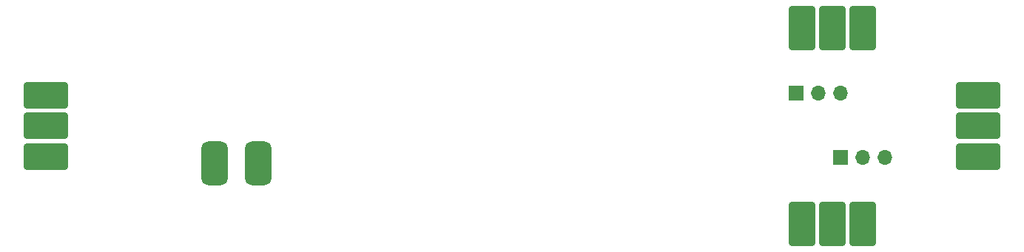
<source format=gbs>
G04 #@! TF.GenerationSoftware,KiCad,Pcbnew,9.0.0*
G04 #@! TF.CreationDate,2025-03-27T20:29:25-05:00*
G04 #@! TF.ProjectId,PD_Board_v2,50445f42-6f61-4726-945f-76322e6b6963,rev?*
G04 #@! TF.SameCoordinates,Original*
G04 #@! TF.FileFunction,Soldermask,Bot*
G04 #@! TF.FilePolarity,Negative*
%FSLAX46Y46*%
G04 Gerber Fmt 4.6, Leading zero omitted, Abs format (unit mm)*
G04 Created by KiCad (PCBNEW 9.0.0) date 2025-03-27 20:29:25*
%MOMM*%
%LPD*%
G01*
G04 APERTURE LIST*
G04 Aperture macros list*
%AMRoundRect*
0 Rectangle with rounded corners*
0 $1 Rounding radius*
0 $2 $3 $4 $5 $6 $7 $8 $9 X,Y pos of 4 corners*
0 Add a 4 corners polygon primitive as box body*
4,1,4,$2,$3,$4,$5,$6,$7,$8,$9,$2,$3,0*
0 Add four circle primitives for the rounded corners*
1,1,$1+$1,$2,$3*
1,1,$1+$1,$4,$5*
1,1,$1+$1,$6,$7*
1,1,$1+$1,$8,$9*
0 Add four rect primitives between the rounded corners*
20,1,$1+$1,$2,$3,$4,$5,0*
20,1,$1+$1,$4,$5,$6,$7,0*
20,1,$1+$1,$6,$7,$8,$9,0*
20,1,$1+$1,$8,$9,$2,$3,0*%
G04 Aperture macros list end*
%ADD10RoundRect,0.250000X-1.250000X2.250000X-1.250000X-2.250000X1.250000X-2.250000X1.250000X2.250000X0*%
%ADD11RoundRect,0.250000X-2.250000X-1.250000X2.250000X-1.250000X2.250000X1.250000X-2.250000X1.250000X0*%
%ADD12RoundRect,0.750000X0.750000X-1.750000X0.750000X1.750000X-0.750000X1.750000X-0.750000X-1.750000X0*%
%ADD13R,1.700000X1.700000*%
%ADD14O,1.700000X1.700000*%
G04 APERTURE END LIST*
D10*
X190400000Y-89500000D03*
X186900000Y-89500000D03*
X183400000Y-89500000D03*
X190400000Y-112000000D03*
X186900000Y-112000000D03*
X183400000Y-112000000D03*
D11*
X203550000Y-97250000D03*
X203550000Y-100750000D03*
X203550000Y-104250000D03*
D12*
X116250000Y-105000000D03*
X121250000Y-105000000D03*
D11*
X96950000Y-97250000D03*
X96950000Y-100750000D03*
X96950000Y-104250000D03*
D13*
X187835000Y-104350000D03*
D14*
X190375000Y-104350000D03*
X192915000Y-104350000D03*
D13*
X182720000Y-96950000D03*
D14*
X185260000Y-96950000D03*
X187800000Y-96950000D03*
M02*

</source>
